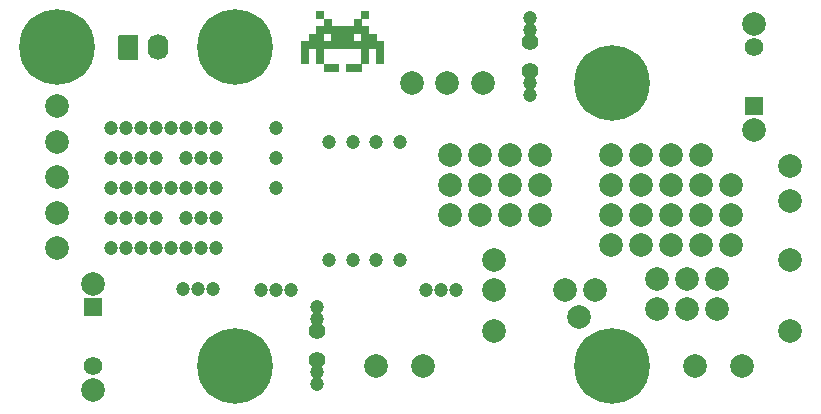
<source format=gbr>
%TF.GenerationSoftware,KiCad,Pcbnew,(5.1.9)-1*%
%TF.CreationDate,2021-06-06T22:50:25+02:00*%
%TF.ProjectId,Yarra_Experimenter,59617272-615f-4457-9870-6572696d656e,rev?*%
%TF.SameCoordinates,Original*%
%TF.FileFunction,Soldermask,Bot*%
%TF.FilePolarity,Negative*%
%FSLAX46Y46*%
G04 Gerber Fmt 4.6, Leading zero omitted, Abs format (unit mm)*
G04 Created by KiCad (PCBNEW (5.1.9)-1) date 2021-06-06 22:50:25*
%MOMM*%
%LPD*%
G01*
G04 APERTURE LIST*
%ADD10C,1.200000*%
%ADD11C,2.000000*%
%ADD12R,0.635000X0.635000*%
%ADD13C,1.400000*%
%ADD14C,1.575000*%
%ADD15R,1.575000X1.575000*%
%ADD16C,6.400000*%
%ADD17C,3.600000*%
%ADD18O,1.740000X2.190000*%
G04 APERTURE END LIST*
D10*
%TO.C,REF\u002A\u002A*%
X83790000Y-64500000D03*
%TD*%
%TO.C,REF\u002A\u002A*%
X82520000Y-64500000D03*
%TD*%
%TO.C,REF\u002A\u002A*%
X81250000Y-64500000D03*
%TD*%
%TO.C,REF\u002A\u002A*%
X71120000Y-53340000D03*
%TD*%
%TO.C,REF\u002A\u002A*%
X69850000Y-53340000D03*
%TD*%
%TO.C,REF\u002A\u002A*%
X68580000Y-53340000D03*
%TD*%
%TO.C,REF\u002A\u002A*%
X72390000Y-53340000D03*
%TD*%
%TO.C,REF\u002A\u002A*%
X76200000Y-53340000D03*
%TD*%
%TO.C,REF\u002A\u002A*%
X74930000Y-53340000D03*
%TD*%
%TO.C,REF\u002A\u002A*%
X77470000Y-53340000D03*
%TD*%
D11*
%TO.C,REF\u002A\u002A*%
X108204000Y-66802000D03*
%TD*%
D12*
%TO.C,REF\u002A\u002A*%
X89452500Y-45722500D03*
X88817500Y-45722500D03*
X87547500Y-45722500D03*
X86912500Y-45722500D03*
X86277500Y-45087500D03*
X86277500Y-44452500D03*
X90087500Y-45087500D03*
X90087500Y-44452500D03*
X91357500Y-45087500D03*
X91357500Y-44452500D03*
X85007500Y-45087500D03*
X85007500Y-44452500D03*
X85007500Y-43817500D03*
X85642500Y-43817500D03*
X86277500Y-43817500D03*
X86912500Y-43817500D03*
X87547500Y-43817500D03*
X88182500Y-43817500D03*
X88817500Y-43817500D03*
X89452500Y-43817500D03*
X90087500Y-43817500D03*
X90722500Y-43817500D03*
X91357500Y-43817500D03*
X90087500Y-41277500D03*
X86277500Y-41277500D03*
X86912500Y-41912500D03*
X89452500Y-41912500D03*
X86277500Y-42547500D03*
X86912500Y-42547500D03*
X87547500Y-42547500D03*
X88182500Y-42547500D03*
X88817500Y-42547500D03*
X89452500Y-42547500D03*
X90087500Y-42547500D03*
X90722500Y-43182500D03*
X90087500Y-43182500D03*
X85642500Y-43182500D03*
X86277500Y-43182500D03*
X88817500Y-43182500D03*
X87547500Y-43182500D03*
X88182500Y-43182500D03*
%TD*%
D10*
%TO.C,REF\u002A\u002A*%
X77470000Y-60960000D03*
%TD*%
%TO.C,REF\u002A\u002A*%
X76200000Y-60960000D03*
%TD*%
%TO.C,REF\u002A\u002A*%
X74930000Y-60960000D03*
%TD*%
%TO.C,REF\u002A\u002A*%
X73660000Y-60960000D03*
%TD*%
%TO.C,REF\u002A\u002A*%
X72390000Y-60960000D03*
%TD*%
%TO.C,REF\u002A\u002A*%
X71120000Y-60960000D03*
%TD*%
%TO.C,REF\u002A\u002A*%
X69850000Y-60960000D03*
%TD*%
D11*
%TO.C,REF\u002A\u002A*%
X91000000Y-71000000D03*
%TD*%
%TO.C,REF\u002A\u002A*%
X119856000Y-66167000D03*
%TD*%
%TO.C,REF\u002A\u002A*%
X119856000Y-63627000D03*
%TD*%
%TO.C,REF\u002A\u002A*%
X120999000Y-60706000D03*
%TD*%
%TO.C,REF\u002A\u002A*%
X120999000Y-55626000D03*
%TD*%
%TO.C,REF\u002A\u002A*%
X120999000Y-58166000D03*
%TD*%
%TO.C,REF\u002A\u002A*%
X114776000Y-66167000D03*
%TD*%
%TO.C,REF\u002A\u002A*%
X117316000Y-66167000D03*
%TD*%
%TO.C,REF\u002A\u002A*%
X109506000Y-64516000D03*
%TD*%
%TO.C,REF\u002A\u002A*%
X114776000Y-63627000D03*
%TD*%
%TO.C,REF\u002A\u002A*%
X117316000Y-63627000D03*
%TD*%
%TO.C,REF\u002A\u002A*%
X113379000Y-60706000D03*
%TD*%
%TO.C,REF\u002A\u002A*%
X115919000Y-60706000D03*
%TD*%
%TO.C,REF\u002A\u002A*%
X118459000Y-60706000D03*
%TD*%
%TO.C,REF\u002A\u002A*%
X113379000Y-58166000D03*
%TD*%
%TO.C,REF\u002A\u002A*%
X115919000Y-58166000D03*
%TD*%
%TO.C,REF\u002A\u002A*%
X118459000Y-58166000D03*
%TD*%
%TO.C,REF\u002A\u002A*%
X113379000Y-55626000D03*
%TD*%
%TO.C,REF\u002A\u002A*%
X115919000Y-55626000D03*
%TD*%
%TO.C,REF\u002A\u002A*%
X118459000Y-55626000D03*
%TD*%
%TO.C,REF\u002A\u002A*%
X104870000Y-53086000D03*
%TD*%
%TO.C,REF\u002A\u002A*%
X104870000Y-58166000D03*
%TD*%
%TO.C,REF\u002A\u002A*%
X104870000Y-55626000D03*
%TD*%
%TO.C,REF\u002A\u002A*%
X102330000Y-53086000D03*
%TD*%
%TO.C,REF\u002A\u002A*%
X102330000Y-58166000D03*
%TD*%
%TO.C,REF\u002A\u002A*%
X102330000Y-55626000D03*
%TD*%
%TO.C,REF\u002A\u002A*%
X99790000Y-53086000D03*
%TD*%
%TO.C,REF\u002A\u002A*%
X99790000Y-55626000D03*
%TD*%
%TO.C,REF\u002A\u002A*%
X99790000Y-58166000D03*
%TD*%
%TO.C,REF\u002A\u002A*%
X118459000Y-53086000D03*
%TD*%
%TO.C,REF\u002A\u002A*%
X115919000Y-53086000D03*
%TD*%
%TO.C,REF\u002A\u002A*%
X113379000Y-53086000D03*
%TD*%
%TO.C,REF\u002A\u002A*%
X110839000Y-53086000D03*
%TD*%
%TO.C,REF\u002A\u002A*%
X106966000Y-64516000D03*
%TD*%
%TO.C,REF\u002A\u002A*%
X110839000Y-60706000D03*
%TD*%
%TO.C,REF\u002A\u002A*%
X110839000Y-58166000D03*
%TD*%
%TO.C,REF\u002A\u002A*%
X110839000Y-55626000D03*
%TD*%
%TO.C,REF\u002A\u002A*%
X97250000Y-58166000D03*
%TD*%
%TO.C,REF\u002A\u002A*%
X97250000Y-55626000D03*
%TD*%
%TO.C,REF\u002A\u002A*%
X97250000Y-53086000D03*
%TD*%
D10*
%TO.C,REF\u002A\u002A*%
X77470000Y-58420000D03*
%TD*%
%TO.C,REF\u002A\u002A*%
X71120000Y-55880000D03*
%TD*%
%TO.C,REF\u002A\u002A*%
X71120000Y-50800000D03*
%TD*%
%TO.C,REF\u002A\u002A*%
X68580000Y-50800000D03*
%TD*%
%TO.C,REF\u002A\u002A*%
X68580000Y-50800000D03*
%TD*%
%TO.C,REF\u002A\u002A*%
X69850000Y-50800000D03*
%TD*%
%TO.C,REF\u002A\u002A*%
X69850000Y-50800000D03*
%TD*%
%TO.C,REF\u002A\u002A*%
X68580000Y-55880000D03*
%TD*%
%TO.C,REF\u002A\u002A*%
X68580000Y-55880000D03*
%TD*%
%TO.C,REF\u002A\u002A*%
X69850000Y-55880000D03*
%TD*%
%TO.C,REF\u002A\u002A*%
X69850000Y-55880000D03*
%TD*%
%TO.C,REF\u002A\u002A*%
X68580000Y-60960000D03*
%TD*%
%TO.C,REF\u002A\u002A*%
X96520000Y-64500000D03*
%TD*%
%TO.C,REF\u002A\u002A*%
X97790000Y-64500000D03*
%TD*%
%TO.C,REF\u002A\u002A*%
X95250000Y-64500000D03*
%TD*%
%TO.C,REF\u002A\u002A*%
X74680000Y-64460000D03*
%TD*%
%TO.C,REF\u002A\u002A*%
X77220000Y-64460000D03*
%TD*%
%TO.C,REF\u002A\u002A*%
X75950000Y-64460000D03*
%TD*%
%TO.C,REF\u002A\u002A*%
X68580000Y-58420000D03*
%TD*%
%TO.C,REF\u002A\u002A*%
X71120000Y-58420000D03*
%TD*%
%TO.C,REF\u002A\u002A*%
X69850000Y-58420000D03*
%TD*%
%TO.C,REF\u002A\u002A*%
X76200000Y-58420000D03*
%TD*%
%TO.C,REF\u002A\u002A*%
X74930000Y-58420000D03*
%TD*%
%TO.C,REF\u002A\u002A*%
X72390000Y-58420000D03*
%TD*%
%TO.C,REF\u002A\u002A*%
X77470000Y-50800000D03*
%TD*%
%TO.C,REF\u002A\u002A*%
X76200000Y-50800000D03*
%TD*%
%TO.C,REF\u002A\u002A*%
X73660000Y-50800000D03*
%TD*%
%TO.C,REF\u002A\u002A*%
X72390000Y-50800000D03*
%TD*%
%TO.C,REF\u002A\u002A*%
X74930000Y-50800000D03*
%TD*%
%TO.C,REF\u002A\u002A*%
X82550000Y-55880000D03*
%TD*%
%TO.C,REF\u002A\u002A*%
X82550000Y-50800000D03*
%TD*%
%TO.C,REF\u002A\u002A*%
X82550000Y-53340000D03*
%TD*%
D11*
%TO.C,REF\u002A\u002A*%
X100000000Y-47000000D03*
%TD*%
%TO.C,REF\u002A\u002A*%
X97000000Y-47000000D03*
%TD*%
%TO.C,REF\u002A\u002A*%
X94000000Y-47000000D03*
%TD*%
D10*
%TO.C,REF\u002A\u002A*%
X77470000Y-55880000D03*
%TD*%
%TO.C,REF\u002A\u002A*%
X76200000Y-55880000D03*
%TD*%
%TO.C,REF\u002A\u002A*%
X72390000Y-55880000D03*
%TD*%
D11*
%TO.C,REF\u002A\u002A*%
X64000000Y-61000000D03*
%TD*%
%TO.C,REF\u002A\u002A*%
X64000000Y-58000000D03*
%TD*%
%TO.C,REF\u002A\u002A*%
X64000000Y-52000000D03*
%TD*%
%TO.C,REF\u002A\u002A*%
X64000000Y-55000000D03*
%TD*%
%TO.C,REF\u002A\u002A*%
X64000000Y-49000000D03*
%TD*%
%TO.C,REF\u002A\u002A*%
X95000000Y-71000000D03*
%TD*%
%TO.C,REF\u002A\u002A*%
X101000000Y-62000000D03*
%TD*%
%TO.C,REF\u002A\u002A*%
X101000000Y-68000000D03*
%TD*%
%TO.C,REF\u002A\u002A*%
X101000000Y-64500000D03*
%TD*%
D10*
%TO.C,REF\u002A\u002A*%
X104000000Y-48000000D03*
%TD*%
%TO.C,REF\u002A\u002A*%
X104000000Y-47000000D03*
%TD*%
%TO.C,REF\u002A\u002A*%
X104000000Y-41500000D03*
%TD*%
%TO.C,REF\u002A\u002A*%
X104000000Y-42500000D03*
%TD*%
D13*
%TO.C,C4*%
X104000000Y-43500000D03*
X104000000Y-46000000D03*
%TD*%
%TO.C,C3*%
X86000000Y-68000000D03*
X86000000Y-70500000D03*
%TD*%
D11*
%TO.C,REF\u002A\u002A*%
X123000000Y-42000000D03*
%TD*%
D10*
%TO.C,REF\u002A\u002A*%
X73660000Y-55880000D03*
%TD*%
%TO.C,REF\u002A\u002A*%
X74930000Y-55880000D03*
%TD*%
D14*
%TO.C,C1*%
X67000000Y-71000000D03*
D15*
X67000000Y-66000000D03*
%TD*%
D14*
%TO.C,C2*%
X123000000Y-44000000D03*
D15*
X123000000Y-49000000D03*
%TD*%
D10*
%TO.C,REF\u002A\u002A*%
X93000000Y-62000000D03*
%TD*%
%TO.C,REF\u002A\u002A*%
X91000000Y-62000000D03*
%TD*%
%TO.C,REF\u002A\u002A*%
X89000000Y-62000000D03*
%TD*%
%TO.C,REF\u002A\u002A*%
X87000000Y-62000000D03*
%TD*%
%TO.C,REF\u002A\u002A*%
X93000000Y-52000000D03*
%TD*%
%TO.C,REF\u002A\u002A*%
X91000000Y-52000000D03*
%TD*%
%TO.C,REF\u002A\u002A*%
X89000000Y-52000000D03*
%TD*%
%TO.C,REF\u002A\u002A*%
X87000000Y-52000000D03*
%TD*%
D11*
%TO.C,REF\u002A\u002A*%
X118000000Y-71000000D03*
%TD*%
%TO.C,REF\u002A\u002A*%
X126000000Y-62000000D03*
%TD*%
%TO.C,REF\u002A\u002A*%
X122000000Y-71000000D03*
%TD*%
%TO.C,REF\u002A\u002A*%
X123000000Y-51000000D03*
%TD*%
%TO.C,REF\u002A\u002A*%
X67000000Y-73000000D03*
%TD*%
%TO.C,REF\u002A\u002A*%
X67000000Y-64000000D03*
%TD*%
%TO.C,REF\u002A\u002A*%
X126000000Y-68000000D03*
%TD*%
%TO.C,REF\u002A\u002A*%
X126000000Y-54000000D03*
%TD*%
%TO.C,REF\u002A\u002A*%
X126000000Y-57000000D03*
%TD*%
D10*
%TO.C,REF\u002A\u002A*%
X86000000Y-71500000D03*
%TD*%
%TO.C,REF\u002A\u002A*%
X86000000Y-72500000D03*
%TD*%
%TO.C,REF\u002A\u002A*%
X86000000Y-66000000D03*
%TD*%
%TO.C,REF\u002A\u002A*%
X86000000Y-67000000D03*
%TD*%
D16*
%TO.C,H5*%
X64000000Y-44000000D03*
D17*
X64000000Y-44000000D03*
%TD*%
D16*
%TO.C,H1*%
X111000000Y-47000000D03*
D17*
X111000000Y-47000000D03*
%TD*%
D16*
%TO.C,H2*%
X79000000Y-71000000D03*
D17*
X79000000Y-71000000D03*
%TD*%
D16*
%TO.C,H3*%
X79000000Y-44000000D03*
D17*
X79000000Y-44000000D03*
%TD*%
D16*
%TO.C,H4*%
X111000000Y-71000000D03*
D17*
X111000000Y-71000000D03*
%TD*%
D18*
%TO.C,GND*%
X72540000Y-44000000D03*
G36*
G01*
X69130000Y-44845001D02*
X69130000Y-43154999D01*
G75*
G02*
X69379999Y-42905000I249999J0D01*
G01*
X70620001Y-42905000D01*
G75*
G02*
X70870000Y-43154999I0J-249999D01*
G01*
X70870000Y-44845001D01*
G75*
G02*
X70620001Y-45095000I-249999J0D01*
G01*
X69379999Y-45095000D01*
G75*
G02*
X69130000Y-44845001I0J249999D01*
G01*
G37*
%TD*%
M02*

</source>
